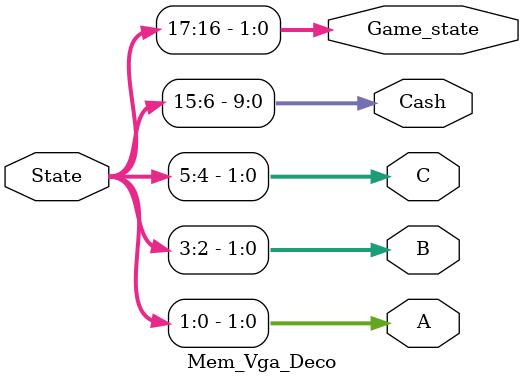
<source format=sv>
module Mem_Vga_Deco(
input logic [31:0] State,

output logic [1:0] A,B,C,
output logic [9:0] Cash, 
output logic [1:0] Game_state


);


assign A = State[1:0];
assign B = State[3:2];
assign C = State[5:4];
assign Cash = State[15:6];
assign Game_state = State[17:16]; 



endmodule 
</source>
